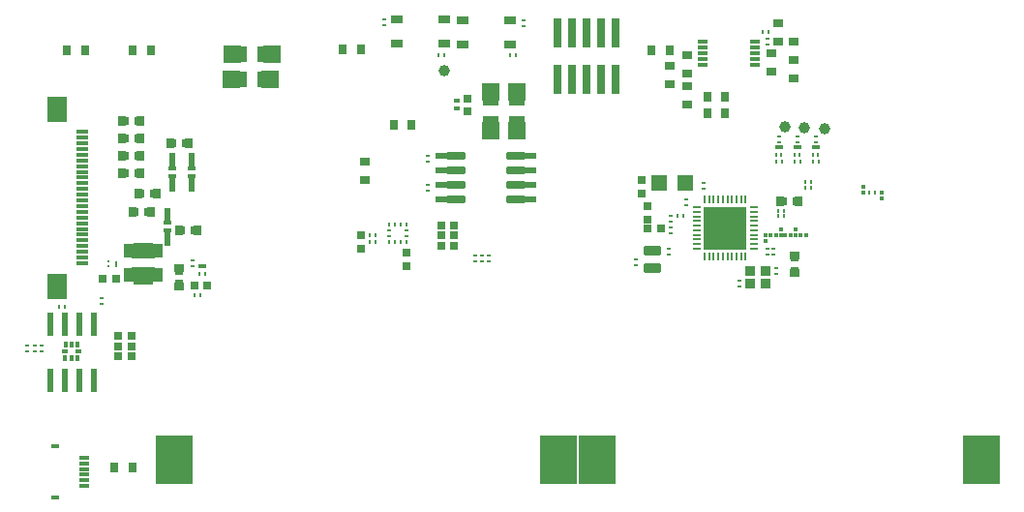
<source format=gtp>
G04 Layer_Color=8421504*
%FSLAX44Y44*%
%MOMM*%
G71*
G01*
G75*
%ADD10R,3.2000X4.2000*%
%ADD11R,0.4300X0.2799*%
%ADD12R,0.7620X0.9652*%
%ADD13R,0.2500X0.5000*%
%ADD14R,0.2500X0.2000*%
%ADD15R,0.9652X0.7620*%
%ADD16R,0.7000X0.7000*%
G04:AMPARAMS|DCode=17|XSize=1mm|YSize=1mm|CornerRadius=0.5mm|HoleSize=0mm|Usage=FLASHONLY|Rotation=90.000|XOffset=0mm|YOffset=0mm|HoleType=Round|Shape=RoundedRectangle|*
%AMROUNDEDRECTD17*
21,1,1.0000,0.0000,0,0,90.0*
21,1,0.0000,1.0000,0,0,90.0*
1,1,1.0000,0.0000,0.0000*
1,1,1.0000,0.0000,0.0000*
1,1,1.0000,0.0000,0.0000*
1,1,1.0000,0.0000,0.0000*
%
%ADD17ROUNDEDRECTD17*%
G04:AMPARAMS|DCode=18|XSize=1mm|YSize=1mm|CornerRadius=0.5mm|HoleSize=0mm|Usage=FLASHONLY|Rotation=0.000|XOffset=0mm|YOffset=0mm|HoleType=Round|Shape=RoundedRectangle|*
%AMROUNDEDRECTD18*
21,1,1.0000,0.0000,0,0,0.0*
21,1,0.0000,1.0000,0,0,0.0*
1,1,1.0000,0.0000,0.0000*
1,1,1.0000,0.0000,0.0000*
1,1,1.0000,0.0000,0.0000*
1,1,1.0000,0.0000,0.0000*
%
%ADD18ROUNDEDRECTD18*%
%ADD19R,0.2799X0.4300*%
%ADD20R,0.3000X0.3000*%
%ADD21R,0.3000X0.3000*%
%ADD22R,0.7000X0.7000*%
%ADD23R,2.0000X0.8499*%
%ADD26R,0.7000X0.4001*%
%ADD27R,0.5499X0.3000*%
%ADD28R,0.5301X1.2499*%
%ADD29R,0.2499X0.4001*%
%ADD30R,3.4000X1.3000*%
%ADD31R,0.5001X0.3000*%
%ADD32R,0.3000X0.5001*%
%ADD33R,0.3701X0.5001*%
G04:AMPARAMS|DCode=34|XSize=1.65mm|YSize=0.61mm|CornerRadius=0.0763mm|HoleSize=0mm|Usage=FLASHONLY|Rotation=0.000|XOffset=0mm|YOffset=0mm|HoleType=Round|Shape=RoundedRectangle|*
%AMROUNDEDRECTD34*
21,1,1.6500,0.4575,0,0,0.0*
21,1,1.4975,0.6100,0,0,0.0*
1,1,0.1525,0.7488,-0.2288*
1,1,0.1525,-0.7488,-0.2288*
1,1,0.1525,-0.7488,0.2288*
1,1,0.1525,0.7488,0.2288*
%
%ADD34ROUNDEDRECTD34*%
G04:AMPARAMS|DCode=35|XSize=1.65mm|YSize=0.58mm|CornerRadius=0.0725mm|HoleSize=0mm|Usage=FLASHONLY|Rotation=0.000|XOffset=0mm|YOffset=0mm|HoleType=Round|Shape=RoundedRectangle|*
%AMROUNDEDRECTD35*
21,1,1.6500,0.4350,0,0,0.0*
21,1,1.5050,0.5800,0,0,0.0*
1,1,0.1450,0.7525,-0.2175*
1,1,0.1450,-0.7525,-0.2175*
1,1,0.1450,-0.7525,0.2175*
1,1,0.1450,0.7525,0.2175*
%
%ADD35ROUNDEDRECTD35*%
%ADD36R,0.9000X0.3200*%
G04:AMPARAMS|DCode=37|XSize=1.97mm|YSize=0.59mm|CornerRadius=0.0738mm|HoleSize=0mm|Usage=FLASHONLY|Rotation=90.000|XOffset=0mm|YOffset=0mm|HoleType=Round|Shape=RoundedRectangle|*
%AMROUNDEDRECTD37*
21,1,1.9700,0.4425,0,0,90.0*
21,1,1.8225,0.5900,0,0,90.0*
1,1,0.1475,0.2213,0.9113*
1,1,0.1475,0.2213,-0.9113*
1,1,0.1475,-0.2213,-0.9113*
1,1,0.1475,-0.2213,0.9113*
%
%ADD37ROUNDEDRECTD37*%
G04:AMPARAMS|DCode=38|XSize=0.74mm|YSize=2.55mm|CornerRadius=0.074mm|HoleSize=0mm|Usage=FLASHONLY|Rotation=180.000|XOffset=0mm|YOffset=0mm|HoleType=Round|Shape=RoundedRectangle|*
%AMROUNDEDRECTD38*
21,1,0.7400,2.4020,0,0,180.0*
21,1,0.5920,2.5500,0,0,180.0*
1,1,0.1480,-0.2960,1.2010*
1,1,0.1480,0.2960,1.2010*
1,1,0.1480,0.2960,-1.2010*
1,1,0.1480,-0.2960,-1.2010*
%
%ADD38ROUNDEDRECTD38*%
%ADD39R,1.4001X1.4001*%
%ADD40R,1.8001X1.4001*%
G04:AMPARAMS|DCode=41|XSize=1.05mm|YSize=0.65mm|CornerRadius=0.065mm|HoleSize=0mm|Usage=FLASHONLY|Rotation=180.000|XOffset=0mm|YOffset=0mm|HoleType=Round|Shape=RoundedRectangle|*
%AMROUNDEDRECTD41*
21,1,1.0500,0.5200,0,0,180.0*
21,1,0.9200,0.6500,0,0,180.0*
1,1,0.1300,-0.4600,0.2600*
1,1,0.1300,0.4600,0.2600*
1,1,0.1300,0.4600,-0.2600*
1,1,0.1300,-0.4600,-0.2600*
%
%ADD41ROUNDEDRECTD41*%
G04:AMPARAMS|DCode=42|XSize=0.3mm|YSize=1.1001mm|CornerRadius=0.0015mm|HoleSize=0mm|Usage=FLASHONLY|Rotation=90.000|XOffset=0mm|YOffset=0mm|HoleType=Round|Shape=RoundedRectangle|*
%AMROUNDEDRECTD42*
21,1,0.3000,1.0971,0,0,90.0*
21,1,0.2970,1.1001,0,0,90.0*
1,1,0.0030,0.5485,0.1485*
1,1,0.0030,0.5485,-0.1485*
1,1,0.0030,-0.5485,-0.1485*
1,1,0.0030,-0.5485,0.1485*
%
%ADD42ROUNDEDRECTD42*%
%ADD43R,1.8001X2.1999*%
G04:AMPARAMS|DCode=44|XSize=0.3mm|YSize=0.8mm|CornerRadius=0.0015mm|HoleSize=0mm|Usage=FLASHONLY|Rotation=90.000|XOffset=0mm|YOffset=0mm|HoleType=Round|Shape=RoundedRectangle|*
%AMROUNDEDRECTD44*
21,1,0.3000,0.7970,0,0,90.0*
21,1,0.2970,0.8000,0,0,90.0*
1,1,0.0030,0.3985,0.1485*
1,1,0.0030,0.3985,-0.1485*
1,1,0.0030,-0.3985,-0.1485*
1,1,0.0030,-0.3985,0.1485*
%
%ADD44ROUNDEDRECTD44*%
%ADD45R,0.8000X0.4000*%
%ADD46R,1.4001X1.4001*%
%ADD47R,1.5999X1.5999*%
%ADD48R,1.5999X1.5999*%
%ADD49R,0.7501X0.2200*%
%ADD50R,0.2200X0.7501*%
%ADD51R,3.8499X3.8499*%
G04:AMPARAMS|DCode=52|XSize=0.8mm|YSize=1.5mm|CornerRadius=0.1mm|HoleSize=0mm|Usage=FLASHONLY|Rotation=270.000|XOffset=0mm|YOffset=0mm|HoleType=Round|Shape=RoundedRectangle|*
%AMROUNDEDRECTD52*
21,1,0.8000,1.3000,0,0,270.0*
21,1,0.6000,1.5000,0,0,270.0*
1,1,0.2000,-0.6500,-0.3000*
1,1,0.2000,-0.6500,0.3000*
1,1,0.2000,0.6500,0.3000*
1,1,0.2000,0.6500,-0.3000*
%
%ADD52ROUNDEDRECTD52*%
G04:AMPARAMS|DCode=53|XSize=0.9mm|YSize=0.8mm|CornerRadius=0.08mm|HoleSize=0mm|Usage=FLASHONLY|Rotation=0.000|XOffset=0mm|YOffset=0mm|HoleType=Round|Shape=RoundedRectangle|*
%AMROUNDEDRECTD53*
21,1,0.9000,0.6400,0,0,0.0*
21,1,0.7400,0.8000,0,0,0.0*
1,1,0.1600,0.3700,-0.3200*
1,1,0.1600,-0.3700,-0.3200*
1,1,0.1600,-0.3700,0.3200*
1,1,0.1600,0.3700,0.3200*
%
%ADD53ROUNDEDRECTD53*%
%ADD90R,0.3998X0.3998*%
%ADD91R,0.7000X0.3998*%
%ADD92R,0.3998X0.7000*%
%ADD93R,0.2499X0.3000*%
%ADD94R,0.3000X0.2499*%
D10*
X2523744Y2061718D02*
D03*
X2187844D02*
D03*
X2894076D02*
D03*
X2558176D02*
D03*
D11*
X2706624Y2424420D02*
D03*
Y2429520D02*
D03*
X2409444Y2322058D02*
D03*
Y2327158D02*
D03*
X2409698Y2296668D02*
D03*
Y2301768D02*
D03*
X2456942Y2235190D02*
D03*
Y2240290D02*
D03*
X2493518Y2446030D02*
D03*
Y2440930D02*
D03*
X2371598Y2441702D02*
D03*
Y2446802D02*
D03*
X2591816Y2231888D02*
D03*
Y2236988D02*
D03*
X2620518Y2246323D02*
D03*
Y2241222D02*
D03*
X2681986Y2217621D02*
D03*
Y2212520D02*
D03*
X2714498Y2223950D02*
D03*
Y2229051D02*
D03*
X2650744Y2298118D02*
D03*
Y2303219D02*
D03*
X2622296Y2264611D02*
D03*
Y2259510D02*
D03*
X2635377Y2288995D02*
D03*
Y2283894D02*
D03*
X2622296Y2269670D02*
D03*
Y2274771D02*
D03*
X2711958Y2241032D02*
D03*
Y2246132D02*
D03*
X2072101Y2156165D02*
D03*
Y2161266D02*
D03*
X2058893D02*
D03*
Y2156165D02*
D03*
X2748788Y2344430D02*
D03*
Y2339330D02*
D03*
X2733040D02*
D03*
Y2344430D02*
D03*
X2717038D02*
D03*
Y2339330D02*
D03*
X2463038Y2240290D02*
D03*
Y2235190D02*
D03*
X2450846D02*
D03*
Y2240290D02*
D03*
X2123948Y2202698D02*
D03*
Y2197598D02*
D03*
X2065497Y2161266D02*
D03*
Y2156165D02*
D03*
X2203468Y2230666D02*
D03*
Y2235766D02*
D03*
X2706624Y2241032D02*
D03*
Y2246132D02*
D03*
D12*
X2150999Y2054606D02*
D03*
X2134997D02*
D03*
X2395601Y2354580D02*
D03*
X2379599D02*
D03*
X2350897Y2420620D02*
D03*
X2334895D02*
D03*
X2151583Y2419528D02*
D03*
X2167585D02*
D03*
X2110181D02*
D03*
X2094179D02*
D03*
X2605151Y2419350D02*
D03*
X2621153D02*
D03*
X2718181Y2287715D02*
D03*
X2734183D02*
D03*
X2669921Y2378456D02*
D03*
X2653919D02*
D03*
Y2364232D02*
D03*
X2669921D02*
D03*
X2167255Y2278380D02*
D03*
X2151253D02*
D03*
X2191941Y2261761D02*
D03*
X2207943D02*
D03*
X2200275Y2338070D02*
D03*
X2184273D02*
D03*
X2156333Y2294128D02*
D03*
X2172335D02*
D03*
X2158365Y2311654D02*
D03*
X2142363D02*
D03*
X2158365Y2326894D02*
D03*
X2142363D02*
D03*
X2158365Y2342134D02*
D03*
X2142363D02*
D03*
X2158365Y2357374D02*
D03*
X2142363D02*
D03*
X2615311Y2303463D02*
D03*
X2631313D02*
D03*
D13*
X2136596Y2232660D02*
D03*
D14*
X2130096Y2234660D02*
D03*
Y2230660D02*
D03*
D15*
X2354834Y2305939D02*
D03*
Y2321941D02*
D03*
X2710180Y2416683D02*
D03*
Y2400681D02*
D03*
X2729738Y2410968D02*
D03*
Y2426970D02*
D03*
Y2410841D02*
D03*
Y2394839D02*
D03*
X2730246Y2240407D02*
D03*
Y2224405D02*
D03*
X2716530Y2443099D02*
D03*
Y2427097D02*
D03*
X2621280Y2406015D02*
D03*
Y2390013D02*
D03*
X2636266Y2415413D02*
D03*
Y2399411D02*
D03*
Y2388235D02*
D03*
Y2372233D02*
D03*
X2191748Y2212896D02*
D03*
Y2228898D02*
D03*
D16*
X2421113Y2248662D02*
D03*
X2432812D02*
D03*
X2421113Y2257552D02*
D03*
X2432812D02*
D03*
X2432820Y2266442D02*
D03*
X2421120D02*
D03*
X2138848Y2169589D02*
D03*
X2150547D02*
D03*
X2138848Y2152063D02*
D03*
X2150547D02*
D03*
X2138848Y2160699D02*
D03*
X2150547D02*
D03*
X2205220Y2214118D02*
D03*
X2216920D02*
D03*
X2732032Y2287715D02*
D03*
X2720332D02*
D03*
X2601968Y2263648D02*
D03*
X2613668D02*
D03*
X2136656Y2219960D02*
D03*
X2124956D02*
D03*
X2153404Y2278380D02*
D03*
X2165104D02*
D03*
X2205792Y2261761D02*
D03*
X2194093D02*
D03*
X2186424Y2338070D02*
D03*
X2198124D02*
D03*
X2170184Y2294128D02*
D03*
X2158484D02*
D03*
X2144514Y2311654D02*
D03*
X2156214D02*
D03*
X2144514Y2326894D02*
D03*
X2156214D02*
D03*
X2144514Y2342134D02*
D03*
X2156214D02*
D03*
X2144514Y2357374D02*
D03*
X2156214D02*
D03*
D17*
X2424430Y2401316D02*
D03*
D18*
X2756408Y2350770D02*
D03*
X2739390Y2352038D02*
D03*
X2722118Y2352294D02*
D03*
D19*
X2364282Y2251670D02*
D03*
X2359182D02*
D03*
X2205218Y2205482D02*
D03*
X2210318D02*
D03*
X2702296Y2435860D02*
D03*
X2707396D02*
D03*
X2424430Y2415286D02*
D03*
X2419330D02*
D03*
X2481814Y2415032D02*
D03*
X2486914D02*
D03*
X2735590Y2321814D02*
D03*
X2730490D02*
D03*
X2739634Y2304542D02*
D03*
X2744734D02*
D03*
X2633228Y2274760D02*
D03*
X2628128D02*
D03*
X2720858Y2279142D02*
D03*
X2715758D02*
D03*
X2091944Y2195068D02*
D03*
X2086844D02*
D03*
X2359182Y2258020D02*
D03*
X2364282D02*
D03*
X2746502Y2321814D02*
D03*
X2751602D02*
D03*
X2714488D02*
D03*
X2719588D02*
D03*
X2739634Y2298891D02*
D03*
X2744734D02*
D03*
X2720858Y2274316D02*
D03*
X2715758D02*
D03*
X2801132Y2294890D02*
D03*
X2796032D02*
D03*
D20*
X2731516Y2263150D02*
D03*
Y2258050D02*
D03*
X2806446Y2289800D02*
D03*
Y2294900D02*
D03*
X2718308Y2258050D02*
D03*
Y2263150D02*
D03*
X2705100Y2252970D02*
D03*
Y2258070D02*
D03*
X2790698Y2294880D02*
D03*
Y2299980D02*
D03*
D21*
X2714254Y2258060D02*
D03*
X2709154D02*
D03*
X2727472D02*
D03*
X2722372D02*
D03*
X2735570D02*
D03*
X2740670D02*
D03*
D22*
X2663703Y2258070D02*
D03*
Y2270069D02*
D03*
X2675702Y2258070D02*
D03*
Y2270069D02*
D03*
X2730246Y2238002D02*
D03*
Y2226302D02*
D03*
X2351452Y2246194D02*
D03*
Y2257894D02*
D03*
X2444750Y2365748D02*
D03*
Y2377448D02*
D03*
X2596388Y2306010D02*
D03*
Y2294311D02*
D03*
X2601976Y2283214D02*
D03*
Y2271514D02*
D03*
X2390902Y2242320D02*
D03*
Y2230620D02*
D03*
X2191748Y2226747D02*
D03*
Y2215048D02*
D03*
D23*
X2160524Y2225421D02*
D03*
Y2241423D02*
D03*
D26*
X2202985Y2309259D02*
D03*
Y2316259D02*
D03*
X2186475Y2309259D02*
D03*
Y2316259D02*
D03*
X2182114Y2261672D02*
D03*
Y2268672D02*
D03*
X2748788Y2334712D02*
D03*
X2732786D02*
D03*
X2716819Y2334656D02*
D03*
X2212340Y2230572D02*
D03*
D27*
X2435098Y2369109D02*
D03*
Y2375611D02*
D03*
D28*
X2202985Y2323508D02*
D03*
Y2302010D02*
D03*
X2186475Y2323508D02*
D03*
Y2302010D02*
D03*
X2182114Y2275921D02*
D03*
Y2254423D02*
D03*
D29*
X2751039Y2327712D02*
D03*
X2746537D02*
D03*
X2730536D02*
D03*
X2735036D02*
D03*
X2719070Y2327656D02*
D03*
X2714569D02*
D03*
X2214590Y2223572D02*
D03*
X2210090D02*
D03*
D30*
X2160524Y2222922D02*
D03*
Y2243922D02*
D03*
D31*
X2103882Y2156460D02*
D03*
X2091883D02*
D03*
D32*
X2102884Y2162460D02*
D03*
X2097883D02*
D03*
X2092881D02*
D03*
X2102884Y2150461D02*
D03*
X2097883D02*
D03*
D33*
X2092533D02*
D03*
D34*
X2433894Y2327148D02*
D03*
Y2314448D02*
D03*
Y2301748D02*
D03*
Y2289048D02*
D03*
X2486594D02*
D03*
Y2301748D02*
D03*
Y2314448D02*
D03*
Y2327148D02*
D03*
D35*
X2424648D02*
D03*
Y2314448D02*
D03*
Y2301748D02*
D03*
Y2289048D02*
D03*
X2496348D02*
D03*
Y2301748D02*
D03*
Y2314448D02*
D03*
Y2327148D02*
D03*
D36*
X2650490Y2426890D02*
D03*
Y2421890D02*
D03*
Y2416890D02*
D03*
Y2411890D02*
D03*
Y2406890D02*
D03*
X2695490D02*
D03*
Y2411890D02*
D03*
Y2416890D02*
D03*
Y2421890D02*
D03*
Y2426890D02*
D03*
D37*
X2079419Y2130757D02*
D03*
X2092119D02*
D03*
X2104819D02*
D03*
X2117519D02*
D03*
Y2180257D02*
D03*
X2104819D02*
D03*
X2092119D02*
D03*
X2079419D02*
D03*
D38*
X2535682Y2394428D02*
D03*
X2522982D02*
D03*
X2561082D02*
D03*
X2548382D02*
D03*
X2573782D02*
D03*
Y2435128D02*
D03*
X2548382D02*
D03*
X2561082D02*
D03*
X2522982D02*
D03*
X2535682D02*
D03*
D39*
X2160524Y2243922D02*
D03*
Y2221062D02*
D03*
X2464816Y2377694D02*
D03*
Y2354834D02*
D03*
X2487676Y2377694D02*
D03*
Y2354834D02*
D03*
D40*
X2160524Y2221062D02*
D03*
Y2243922D02*
D03*
D41*
X2440256Y2424602D02*
D03*
Y2446102D02*
D03*
X2481756D02*
D03*
Y2424602D02*
D03*
X2424352Y2425364D02*
D03*
Y2446864D02*
D03*
X2382852D02*
D03*
Y2425364D02*
D03*
D42*
X2107463Y2233229D02*
D03*
Y2238230D02*
D03*
Y2243229D02*
D03*
Y2248230D02*
D03*
Y2253229D02*
D03*
Y2258230D02*
D03*
Y2263229D02*
D03*
Y2268230D02*
D03*
Y2273229D02*
D03*
Y2278230D02*
D03*
Y2283229D02*
D03*
Y2288230D02*
D03*
Y2293229D02*
D03*
Y2298230D02*
D03*
Y2303229D02*
D03*
Y2308230D02*
D03*
Y2313229D02*
D03*
Y2318230D02*
D03*
Y2323229D02*
D03*
Y2328230D02*
D03*
Y2333229D02*
D03*
Y2338230D02*
D03*
Y2343229D02*
D03*
Y2348230D02*
D03*
D43*
X2084964Y2368230D02*
D03*
Y2213229D02*
D03*
D44*
X2108990Y2038296D02*
D03*
Y2043296D02*
D03*
Y2048296D02*
D03*
Y2053296D02*
D03*
Y2058296D02*
D03*
Y2063296D02*
D03*
D45*
X2083990Y2073296D02*
D03*
Y2028296D02*
D03*
D46*
X2611882Y2303463D02*
D03*
X2634742D02*
D03*
X2267458Y2416048D02*
D03*
X2244598D02*
D03*
X2267458Y2394458D02*
D03*
X2244598D02*
D03*
D47*
X2239010Y2416048D02*
D03*
X2273046D02*
D03*
X2237994Y2394458D02*
D03*
X2272030D02*
D03*
D48*
X2464816Y2349246D02*
D03*
Y2383282D02*
D03*
X2487676Y2349246D02*
D03*
Y2383282D02*
D03*
D49*
X2694704Y2262071D02*
D03*
Y2266069D02*
D03*
X2644701D02*
D03*
Y2262071D02*
D03*
X2694704Y2258070D02*
D03*
Y2254070D02*
D03*
Y2250069D02*
D03*
Y2270069D02*
D03*
Y2278070D02*
D03*
Y2274070D02*
D03*
X2644701Y2270069D02*
D03*
Y2274070D02*
D03*
Y2278070D02*
D03*
Y2258070D02*
D03*
Y2254070D02*
D03*
Y2250069D02*
D03*
X2694704Y2246069D02*
D03*
Y2282071D02*
D03*
X2644701D02*
D03*
Y2246069D02*
D03*
D50*
X2667704Y2239068D02*
D03*
X2671701D02*
D03*
X2667704Y2289071D02*
D03*
X2671701D02*
D03*
X2663703Y2239068D02*
D03*
X2659702D02*
D03*
X2675702D02*
D03*
X2679702D02*
D03*
X2683703D02*
D03*
X2675702Y2289071D02*
D03*
X2679702D02*
D03*
X2683703D02*
D03*
X2663703D02*
D03*
X2659702D02*
D03*
X2655702D02*
D03*
X2651702Y2239068D02*
D03*
X2687704D02*
D03*
Y2289071D02*
D03*
X2651702D02*
D03*
X2655702Y2239068D02*
D03*
D51*
X2669702Y2264070D02*
D03*
D52*
X2605786Y2229224D02*
D03*
Y2244224D02*
D03*
D53*
X2691242Y2226158D02*
D03*
X2705242D02*
D03*
Y2215159D02*
D03*
X2691242D02*
D03*
D90*
X2653203Y2247570D02*
D03*
Y2280569D02*
D03*
X2686202Y2247570D02*
D03*
Y2280569D02*
D03*
D91*
X2675702D02*
D03*
X2663703D02*
D03*
Y2247570D02*
D03*
X2675702D02*
D03*
D92*
X2653203Y2270069D02*
D03*
Y2258070D02*
D03*
X2686202D02*
D03*
Y2270069D02*
D03*
D93*
X2375822Y2251790D02*
D03*
X2380822D02*
D03*
X2385822D02*
D03*
X2390822D02*
D03*
Y2266790D02*
D03*
X2385822D02*
D03*
X2380822D02*
D03*
X2375822D02*
D03*
D94*
X2390822Y2256790D02*
D03*
Y2261790D02*
D03*
X2375822D02*
D03*
Y2256790D02*
D03*
M02*

</source>
